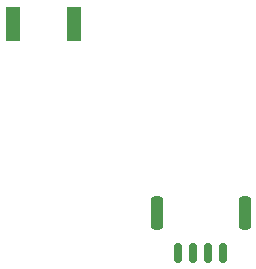
<source format=gbr>
%TF.GenerationSoftware,KiCad,Pcbnew,8.0.1*%
%TF.CreationDate,2024-04-30T15:38:52+08:00*%
%TF.ProjectId,prototype,70726f74-6f74-4797-9065-2e6b69636164,rev?*%
%TF.SameCoordinates,Original*%
%TF.FileFunction,Paste,Top*%
%TF.FilePolarity,Positive*%
%FSLAX46Y46*%
G04 Gerber Fmt 4.6, Leading zero omitted, Abs format (unit mm)*
G04 Created by KiCad (PCBNEW 8.0.1) date 2024-04-30 15:38:52*
%MOMM*%
%LPD*%
G01*
G04 APERTURE LIST*
G04 Aperture macros list*
%AMRoundRect*
0 Rectangle with rounded corners*
0 $1 Rounding radius*
0 $2 $3 $4 $5 $6 $7 $8 $9 X,Y pos of 4 corners*
0 Add a 4 corners polygon primitive as box body*
4,1,4,$2,$3,$4,$5,$6,$7,$8,$9,$2,$3,0*
0 Add four circle primitives for the rounded corners*
1,1,$1+$1,$2,$3*
1,1,$1+$1,$4,$5*
1,1,$1+$1,$6,$7*
1,1,$1+$1,$8,$9*
0 Add four rect primitives between the rounded corners*
20,1,$1+$1,$2,$3,$4,$5,0*
20,1,$1+$1,$4,$5,$6,$7,0*
20,1,$1+$1,$6,$7,$8,$9,0*
20,1,$1+$1,$8,$9,$2,$3,0*%
G04 Aperture macros list end*
%ADD10RoundRect,0.250000X-0.250000X-1.150000X0.250000X-1.150000X0.250000X1.150000X-0.250000X1.150000X0*%
%ADD11RoundRect,0.150000X-0.150000X-0.700000X0.150000X-0.700000X0.150000X0.700000X-0.150000X0.700000X0*%
%ADD12R,1.190000X3.000000*%
G04 APERTURE END LIST*
D10*
%TO.C,TM1*%
X73829000Y-121536000D03*
X66379000Y-121536000D03*
D11*
X71979000Y-124886000D03*
X70729000Y-124886000D03*
X69479000Y-124886000D03*
X68229000Y-124886000D03*
%TD*%
D12*
%TO.C,D1*%
X54239500Y-105548000D03*
X59429500Y-105548000D03*
%TD*%
M02*

</source>
